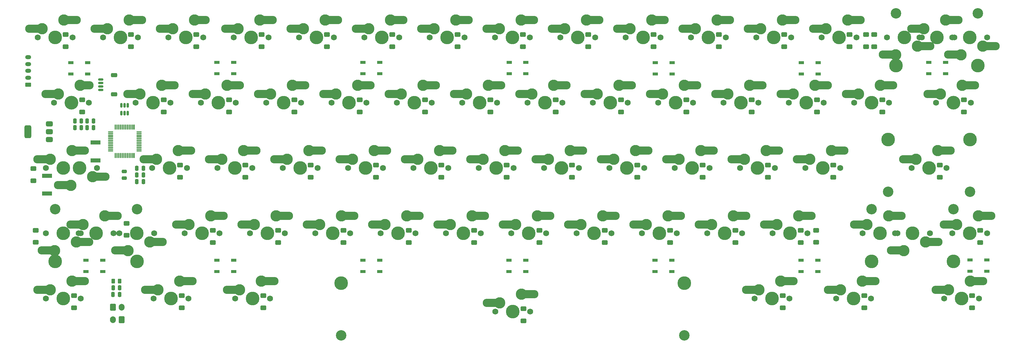
<source format=gbr>
%TF.GenerationSoftware,KiCad,Pcbnew,8.99.0-946-gf00a1ab517*%
%TF.CreationDate,2024-05-15T19:42:52+07:00*%
%TF.ProjectId,toro60_hs,746f726f-3630-45f6-9873-2e6b69636164,rev?*%
%TF.SameCoordinates,Original*%
%TF.FileFunction,Soldermask,Bot*%
%TF.FilePolarity,Negative*%
%FSLAX46Y46*%
G04 Gerber Fmt 4.6, Leading zero omitted, Abs format (unit mm)*
G04 Created by KiCad (PCBNEW 8.99.0-946-gf00a1ab517) date 2024-05-15 19:42:52*
%MOMM*%
%LPD*%
G01*
G04 APERTURE LIST*
G04 Aperture macros list*
%AMRoundRect*
0 Rectangle with rounded corners*
0 $1 Rounding radius*
0 $2 $3 $4 $5 $6 $7 $8 $9 X,Y pos of 4 corners*
0 Add a 4 corners polygon primitive as box body*
4,1,4,$2,$3,$4,$5,$6,$7,$8,$9,$2,$3,0*
0 Add four circle primitives for the rounded corners*
1,1,$1+$1,$2,$3*
1,1,$1+$1,$4,$5*
1,1,$1+$1,$6,$7*
1,1,$1+$1,$8,$9*
0 Add four rect primitives between the rounded corners*
20,1,$1+$1,$2,$3,$4,$5,0*
20,1,$1+$1,$4,$5,$6,$7,0*
20,1,$1+$1,$6,$7,$8,$9,0*
20,1,$1+$1,$8,$9,$2,$3,0*%
G04 Aperture macros list end*
%ADD10C,1.750000*%
%ADD11C,3.987800*%
%ADD12C,4.000000*%
%ADD13C,3.300000*%
%ADD14C,0.400000*%
%ADD15O,5.500000X2.410000*%
%ADD16RoundRect,0.250000X0.600000X0.750000X-0.600000X0.750000X-0.600000X-0.750000X0.600000X-0.750000X0*%
%ADD17O,1.700000X2.000000*%
%ADD18RoundRect,0.250000X0.625000X-0.350000X0.625000X0.350000X-0.625000X0.350000X-0.625000X-0.350000X0*%
%ADD19O,1.750000X1.200000*%
%ADD20C,3.048000*%
%ADD21RoundRect,0.250000X-0.600000X-0.750000X0.600000X-0.750000X0.600000X0.750000X-0.600000X0.750000X0*%
%ADD22RoundRect,0.250000X0.600000X-0.400000X0.600000X0.400000X-0.600000X0.400000X-0.600000X-0.400000X0*%
%ADD23RoundRect,0.375000X0.625000X0.375000X-0.625000X0.375000X-0.625000X-0.375000X0.625000X-0.375000X0*%
%ADD24RoundRect,0.500000X0.500000X1.400000X-0.500000X1.400000X-0.500000X-1.400000X0.500000X-1.400000X0*%
%ADD25R,3.000000X1.190000*%
%ADD26RoundRect,0.250000X-0.250000X-0.475000X0.250000X-0.475000X0.250000X0.475000X-0.250000X0.475000X0*%
%ADD27R,1.500000X0.900000*%
%ADD28RoundRect,0.250000X0.250000X0.475000X-0.250000X0.475000X-0.250000X-0.475000X0.250000X-0.475000X0*%
%ADD29RoundRect,0.250000X0.262500X0.450000X-0.262500X0.450000X-0.262500X-0.450000X0.262500X-0.450000X0*%
%ADD30RoundRect,0.150000X-0.150000X0.512500X-0.150000X-0.512500X0.150000X-0.512500X0.150000X0.512500X0*%
%ADD31RoundRect,0.250000X-0.600000X0.400000X-0.600000X-0.400000X0.600000X-0.400000X0.600000X0.400000X0*%
%ADD32RoundRect,0.150000X-0.625000X0.150000X-0.625000X-0.150000X0.625000X-0.150000X0.625000X0.150000X0*%
%ADD33RoundRect,0.250000X-0.650000X0.350000X-0.650000X-0.350000X0.650000X-0.350000X0.650000X0.350000X0*%
%ADD34RoundRect,0.250000X0.475000X-0.250000X0.475000X0.250000X-0.475000X0.250000X-0.475000X-0.250000X0*%
%ADD35RoundRect,0.075000X0.075000X-0.662500X0.075000X0.662500X-0.075000X0.662500X-0.075000X-0.662500X0*%
%ADD36RoundRect,0.075000X0.662500X-0.075000X0.662500X0.075000X-0.662500X0.075000X-0.662500X-0.075000X0*%
G04 APERTURE END LIST*
D10*
%TO.C,SW29*%
X301898000Y-155325000D03*
D11*
X306978000Y-155325000D03*
D12*
X306978000Y-155325000D03*
D10*
X312058000Y-155325000D03*
D13*
X309518000Y-150245000D03*
D14*
X311678000Y-149525000D03*
X311703000Y-150290000D03*
X311703000Y-151025000D03*
D15*
X311728000Y-150290000D03*
D14*
X312578000Y-149525000D03*
X312578000Y-150290000D03*
X312578000Y-151025000D03*
X313478000Y-149525000D03*
X313478000Y-150290000D03*
X313478000Y-151025000D03*
X299228000Y-152025000D03*
X299228000Y-152725000D03*
X299228000Y-153425000D03*
X300078000Y-152025000D03*
X300078000Y-152725000D03*
X300078000Y-153425000D03*
X300878000Y-152025000D03*
X300878000Y-152725000D03*
X300878000Y-153425000D03*
D15*
X300978000Y-152775000D03*
D13*
X303168000Y-152785000D03*
%TD*%
D10*
%TO.C,SW30*%
X57264000Y-174375000D03*
D11*
X52184000Y-174375000D03*
D10*
X47104000Y-174375000D03*
D13*
X49644000Y-179455000D03*
D14*
X47484000Y-180175000D03*
X47459000Y-179410000D03*
X47459000Y-178675000D03*
D15*
X47434000Y-179410000D03*
D14*
X46584000Y-180175000D03*
X46584000Y-179410000D03*
X46584000Y-178675000D03*
X45684000Y-180175000D03*
X45684000Y-179410000D03*
X45684000Y-178675000D03*
X59934000Y-177675000D03*
X59934000Y-176975000D03*
X59934000Y-176275000D03*
X59084000Y-177675000D03*
X59084000Y-176975000D03*
X59084000Y-176275000D03*
X58284000Y-177675000D03*
X58284000Y-176975000D03*
X58284000Y-176275000D03*
D15*
X58184000Y-176925000D03*
D13*
X55994000Y-176915000D03*
%TD*%
D10*
%TO.C,SW16*%
X44723000Y-155325000D03*
D11*
X49803000Y-155325000D03*
D12*
X49803000Y-155325000D03*
D10*
X54883000Y-155325000D03*
D13*
X52343000Y-150245000D03*
D14*
X53003000Y-149525000D03*
X53028000Y-150290000D03*
X53028000Y-151025000D03*
D15*
X53553000Y-150290000D03*
D14*
X54403000Y-149525000D03*
X54403000Y-150290000D03*
X54403000Y-151025000D03*
X55303000Y-149525000D03*
X55303000Y-150290000D03*
X55303000Y-151025000D03*
X42053000Y-152025000D03*
X42053000Y-152725000D03*
X42053000Y-153425000D03*
X42903000Y-152025000D03*
X42903000Y-152725000D03*
X42903000Y-153425000D03*
X43703000Y-152025000D03*
X43703000Y-152725000D03*
X43703000Y-153425000D03*
D15*
X43803000Y-152775000D03*
D13*
X45993000Y-152785000D03*
%TD*%
D10*
%TO.C,SW69*%
X272845999Y-212475000D03*
D11*
X277925999Y-212475000D03*
D10*
X283005999Y-212475000D03*
D13*
X280465999Y-207395000D03*
D14*
X282625999Y-206675000D03*
X282650999Y-207440000D03*
X282650999Y-208175000D03*
D15*
X282675999Y-207440000D03*
D14*
X283525999Y-206675000D03*
X283525999Y-207440000D03*
X283525999Y-208175000D03*
X284425999Y-206675000D03*
X284425999Y-207440000D03*
X284425999Y-208175000D03*
X270175999Y-209175000D03*
X270175999Y-209875000D03*
X270175999Y-210575000D03*
X271025999Y-209175000D03*
X271025999Y-209875000D03*
X271025999Y-210575000D03*
X271825999Y-209175000D03*
X271825999Y-209875000D03*
X271825999Y-210575000D03*
D15*
X271925999Y-209925000D03*
D13*
X274115999Y-209935000D03*
%TD*%
D10*
%TO.C,SW50*%
X178072500Y-193425000D03*
D11*
X183152500Y-193425000D03*
D10*
X188232500Y-193425000D03*
D13*
X185692500Y-188345000D03*
D14*
X187852500Y-187625000D03*
X187877500Y-188390000D03*
X187877500Y-189125000D03*
D15*
X187902500Y-188390000D03*
D14*
X188752500Y-187625000D03*
X188752500Y-188390000D03*
X188752500Y-189125000D03*
X189652500Y-187625000D03*
X189652500Y-188390000D03*
X189652500Y-189125000D03*
X175402500Y-190125000D03*
X175402500Y-190825000D03*
X175402500Y-191525000D03*
X176252500Y-190125000D03*
X176252500Y-190825000D03*
X176252500Y-191525000D03*
X177052500Y-190125000D03*
X177052500Y-190825000D03*
X177052500Y-191525000D03*
D15*
X177152500Y-190875000D03*
D13*
X179342500Y-190885000D03*
%TD*%
D10*
%TO.C,SW31*%
X73297500Y-174375000D03*
D11*
X78377500Y-174375000D03*
D10*
X83457500Y-174375000D03*
D13*
X80917500Y-169295000D03*
D14*
X83077500Y-168575000D03*
X83102500Y-169340000D03*
X83102500Y-170075000D03*
D15*
X83127500Y-169340000D03*
D14*
X83977500Y-168575000D03*
X83977500Y-169340000D03*
X83977500Y-170075000D03*
X84877500Y-168575000D03*
X84877500Y-169340000D03*
X84877500Y-170075000D03*
X70627500Y-171075000D03*
X70627500Y-171775000D03*
X70627500Y-172475000D03*
X71477500Y-171075000D03*
X71477500Y-171775000D03*
X71477500Y-172475000D03*
X72277500Y-171075000D03*
X72277500Y-171775000D03*
X72277500Y-172475000D03*
D15*
X72377500Y-171825000D03*
D13*
X74567500Y-171835000D03*
%TD*%
D10*
%TO.C,SW13*%
X268560000Y-136275000D03*
D11*
X273640000Y-136275000D03*
D10*
X278720000Y-136275000D03*
D13*
X276180000Y-131195000D03*
D14*
X278340000Y-130475000D03*
X278365000Y-131240000D03*
X278365000Y-131975000D03*
D15*
X278390000Y-131240000D03*
D14*
X279240000Y-130475000D03*
X279240000Y-131240000D03*
X279240000Y-131975000D03*
X280140000Y-130475000D03*
X280140000Y-131240000D03*
X280140000Y-131975000D03*
X265890000Y-132975000D03*
X265890000Y-133675000D03*
X265890000Y-134375000D03*
X266740000Y-132975000D03*
X266740000Y-133675000D03*
X266740000Y-134375000D03*
X267540000Y-132975000D03*
X267540000Y-133675000D03*
X267540000Y-134375000D03*
D15*
X267640000Y-133725000D03*
D13*
X269830000Y-133735000D03*
%TD*%
D10*
%TO.C,SW46*%
X101872500Y-193425000D03*
D11*
X106952500Y-193425000D03*
D10*
X112032500Y-193425000D03*
D13*
X109492500Y-188345000D03*
D14*
X111652500Y-187625000D03*
X111677500Y-188390000D03*
X111677500Y-189125000D03*
D15*
X111702500Y-188390000D03*
D14*
X112552500Y-187625000D03*
X112552500Y-188390000D03*
X112552500Y-189125000D03*
X113452500Y-187625000D03*
X113452500Y-188390000D03*
X113452500Y-189125000D03*
X99202500Y-190125000D03*
X99202500Y-190825000D03*
X99202500Y-191525000D03*
X100052500Y-190125000D03*
X100052500Y-190825000D03*
X100052500Y-191525000D03*
X100852500Y-190125000D03*
X100852500Y-190825000D03*
X100852500Y-191525000D03*
D15*
X100952500Y-190875000D03*
D13*
X103142500Y-190885000D03*
%TD*%
D10*
%TO.C,SW19*%
X106635000Y-155325000D03*
D11*
X111715000Y-155325000D03*
D10*
X116795000Y-155325000D03*
D13*
X114255000Y-150245000D03*
D14*
X116415000Y-149525000D03*
X116440000Y-150290000D03*
X116440000Y-151025000D03*
D15*
X116465000Y-150290000D03*
D14*
X117315000Y-149525000D03*
X117315000Y-150290000D03*
X117315000Y-151025000D03*
X118215000Y-149525000D03*
X118215000Y-150290000D03*
X118215000Y-151025000D03*
X103965000Y-152025000D03*
X103965000Y-152725000D03*
X103965000Y-153425000D03*
X104815000Y-152025000D03*
X104815000Y-152725000D03*
X104815000Y-153425000D03*
X105615000Y-152025000D03*
X105615000Y-152725000D03*
X105615000Y-153425000D03*
D15*
X105715000Y-152775000D03*
D13*
X107905000Y-152785000D03*
%TD*%
D10*
%TO.C,SW23*%
X182835000Y-155325000D03*
D11*
X187915000Y-155325000D03*
D10*
X192995000Y-155325000D03*
D13*
X190455000Y-150245000D03*
D14*
X192615000Y-149525000D03*
X192640000Y-150290000D03*
X192640000Y-151025000D03*
D15*
X192665000Y-150290000D03*
D14*
X193515000Y-149525000D03*
X193515000Y-150290000D03*
X193515000Y-151025000D03*
X194415000Y-149525000D03*
X194415000Y-150290000D03*
X194415000Y-151025000D03*
X180165000Y-152025000D03*
X180165000Y-152725000D03*
X180165000Y-153425000D03*
X181015000Y-152025000D03*
X181015000Y-152725000D03*
X181015000Y-153425000D03*
X181815000Y-152025000D03*
X181815000Y-152725000D03*
X181815000Y-153425000D03*
D15*
X181915000Y-152775000D03*
D13*
X184105000Y-152785000D03*
%TD*%
D16*
%TO.C,SWb\u00F4t1*%
X64435000Y-218675000D03*
D17*
X61935000Y-218675000D03*
%TD*%
D10*
%TO.C,SW53*%
X235222500Y-193425000D03*
D11*
X240302500Y-193425000D03*
D10*
X245382500Y-193425000D03*
D13*
X242842500Y-188345000D03*
D14*
X245002500Y-187625000D03*
X245027500Y-188390000D03*
X245027500Y-189125000D03*
D15*
X245052500Y-188390000D03*
D14*
X245902500Y-187625000D03*
X245902500Y-188390000D03*
X245902500Y-189125000D03*
X246802500Y-187625000D03*
X246802500Y-188390000D03*
X246802500Y-189125000D03*
X232552500Y-190125000D03*
X232552500Y-190825000D03*
X232552500Y-191525000D03*
X233402500Y-190125000D03*
X233402500Y-190825000D03*
X233402500Y-191525000D03*
X234202500Y-190125000D03*
X234202500Y-190825000D03*
X234202500Y-191525000D03*
D15*
X234302500Y-190875000D03*
D13*
X236492500Y-190885000D03*
%TD*%
D10*
%TO.C,SW28*%
X278085000Y-155325000D03*
D11*
X283165000Y-155325000D03*
D10*
X288245000Y-155325000D03*
D13*
X285705000Y-150245000D03*
D14*
X287865000Y-149525000D03*
X287890000Y-150290000D03*
X287890000Y-151025000D03*
D15*
X287915000Y-150290000D03*
D14*
X288765000Y-149525000D03*
X288765000Y-150290000D03*
X288765000Y-151025000D03*
X289665000Y-149525000D03*
X289665000Y-150290000D03*
X289665000Y-151025000D03*
X275415000Y-152025000D03*
X275415000Y-152725000D03*
X275415000Y-153425000D03*
X276265000Y-152025000D03*
X276265000Y-152725000D03*
X276265000Y-153425000D03*
X277065000Y-152025000D03*
X277065000Y-152725000D03*
X277065000Y-153425000D03*
D15*
X277165000Y-152775000D03*
D13*
X279355000Y-152785000D03*
%TD*%
D10*
%TO.C,SW56*%
X306660000Y-193425000D03*
D11*
X311740000Y-193425000D03*
D10*
X316820000Y-193425000D03*
D13*
X314280000Y-188345000D03*
D14*
X316440000Y-187625000D03*
X316465000Y-188390000D03*
X316465000Y-189125000D03*
D15*
X316490000Y-188390000D03*
D14*
X317340000Y-187625000D03*
X317340000Y-188390000D03*
X317340000Y-189125000D03*
X318240000Y-187625000D03*
X318240000Y-188390000D03*
X318240000Y-189125000D03*
X303990000Y-190125000D03*
X303990000Y-190825000D03*
X303990000Y-191525000D03*
X304840000Y-190125000D03*
X304840000Y-190825000D03*
X304840000Y-191525000D03*
X305640000Y-190125000D03*
X305640000Y-190825000D03*
X305640000Y-191525000D03*
D15*
X305740000Y-190875000D03*
D13*
X307930000Y-190885000D03*
%TD*%
D10*
%TO.C,SW34*%
X130447500Y-174375000D03*
D11*
X135527500Y-174375000D03*
D10*
X140607500Y-174375000D03*
D13*
X138067500Y-169295000D03*
D14*
X140227500Y-168575000D03*
X140252500Y-169340000D03*
X140252500Y-170075000D03*
D15*
X140277500Y-169340000D03*
D14*
X141127500Y-168575000D03*
X141127500Y-169340000D03*
X141127500Y-170075000D03*
X142027500Y-168575000D03*
X142027500Y-169340000D03*
X142027500Y-170075000D03*
X127777500Y-171075000D03*
X127777500Y-171775000D03*
X127777500Y-172475000D03*
X128627500Y-171075000D03*
X128627500Y-171775000D03*
X128627500Y-172475000D03*
X129427500Y-171075000D03*
X129427500Y-171775000D03*
X129427500Y-172475000D03*
D15*
X129527500Y-171825000D03*
D13*
X131717500Y-171835000D03*
%TD*%
D10*
%TO.C,SW45*%
X82822500Y-193425000D03*
D11*
X87902500Y-193425000D03*
D10*
X92982500Y-193425000D03*
D13*
X90442500Y-188345000D03*
D14*
X92602500Y-187625000D03*
X92627500Y-188390000D03*
X92627500Y-189125000D03*
D15*
X92652500Y-188390000D03*
D14*
X93502500Y-187625000D03*
X93502500Y-188390000D03*
X93502500Y-189125000D03*
X94402500Y-187625000D03*
X94402500Y-188390000D03*
X94402500Y-189125000D03*
X80152500Y-190125000D03*
X80152500Y-190825000D03*
X80152500Y-191525000D03*
X81002500Y-190125000D03*
X81002500Y-190825000D03*
X81002500Y-191525000D03*
X81802500Y-190125000D03*
X81802500Y-190825000D03*
X81802500Y-191525000D03*
D15*
X81902500Y-190875000D03*
D13*
X84092500Y-190885000D03*
%TD*%
D10*
%TO.C,SW2*%
X59010000Y-136275000D03*
D11*
X64090000Y-136275000D03*
D10*
X69170000Y-136275000D03*
D13*
X66630000Y-131195000D03*
D14*
X68790000Y-130475000D03*
X68815000Y-131240000D03*
X68815000Y-131975000D03*
D15*
X68840000Y-131240000D03*
D14*
X69690000Y-130475000D03*
X69690000Y-131240000D03*
X69690000Y-131975000D03*
X70590000Y-130475000D03*
X70590000Y-131240000D03*
X70590000Y-131975000D03*
X56340000Y-132975000D03*
X56340000Y-133675000D03*
X56340000Y-134375000D03*
X57190000Y-132975000D03*
X57190000Y-133675000D03*
X57190000Y-134375000D03*
X57990000Y-132975000D03*
X57990000Y-133675000D03*
X57990000Y-134375000D03*
D15*
X58090000Y-133725000D03*
D13*
X60280000Y-133735000D03*
%TD*%
D10*
%TO.C,SW21*%
X144735000Y-155325000D03*
D11*
X149815000Y-155325000D03*
D10*
X154895000Y-155325000D03*
D13*
X152355000Y-150245000D03*
D14*
X154515000Y-149525000D03*
X154540000Y-150290000D03*
X154540000Y-151025000D03*
D15*
X154565000Y-150290000D03*
D14*
X155415000Y-149525000D03*
X155415000Y-150290000D03*
X155415000Y-151025000D03*
X156315000Y-149525000D03*
X156315000Y-150290000D03*
X156315000Y-151025000D03*
X142065000Y-152025000D03*
X142065000Y-152725000D03*
X142065000Y-153425000D03*
X142915000Y-152025000D03*
X142915000Y-152725000D03*
X142915000Y-153425000D03*
X143715000Y-152025000D03*
X143715000Y-152725000D03*
X143715000Y-153425000D03*
D15*
X143815000Y-152775000D03*
D13*
X146005000Y-152785000D03*
%TD*%
D10*
%TO.C,SW3*%
X78060000Y-136275000D03*
D11*
X83140000Y-136275000D03*
D10*
X88220000Y-136275000D03*
D13*
X85680000Y-131195000D03*
D14*
X87340000Y-130475000D03*
X87365000Y-131240000D03*
X87365000Y-131975000D03*
D15*
X87390000Y-131240000D03*
D14*
X88240000Y-130475000D03*
X88240000Y-131240000D03*
X88240000Y-131975000D03*
X89140000Y-130475000D03*
X89140000Y-131240000D03*
X89140000Y-131975000D03*
X75390000Y-132975000D03*
X75390000Y-133675000D03*
X75390000Y-134375000D03*
X76240000Y-132975000D03*
X76240000Y-133675000D03*
X76240000Y-134375000D03*
X77040000Y-132975000D03*
X77040000Y-133675000D03*
X77040000Y-134375000D03*
D15*
X77140000Y-133725000D03*
D13*
X79330000Y-133735000D03*
%TD*%
D10*
%TO.C,SW26*%
X239985000Y-155325000D03*
D11*
X245065000Y-155325000D03*
D10*
X250145000Y-155325000D03*
D13*
X247605000Y-150245000D03*
D14*
X249765000Y-149525000D03*
X249790000Y-150290000D03*
X249790000Y-151025000D03*
D15*
X249815000Y-150290000D03*
D14*
X250665000Y-149525000D03*
X250665000Y-150290000D03*
X250665000Y-151025000D03*
X251565000Y-149525000D03*
X251565000Y-150290000D03*
X251565000Y-151025000D03*
X237315000Y-152025000D03*
X237315000Y-152725000D03*
X237315000Y-153425000D03*
X238165000Y-152025000D03*
X238165000Y-152725000D03*
X238165000Y-153425000D03*
X238965000Y-152025000D03*
X238965000Y-152725000D03*
X238965000Y-153425000D03*
D15*
X239065000Y-152775000D03*
D13*
X241255000Y-152785000D03*
%TD*%
D18*
%TO.C,J2*%
X37165000Y-150065000D03*
D19*
X37165000Y-148065000D03*
X37165000Y-146065000D03*
X37165000Y-144065000D03*
X37165000Y-142065000D03*
%TD*%
D10*
%TO.C,SW8*%
X173310000Y-136275000D03*
D11*
X178390000Y-136275000D03*
D10*
X183470000Y-136275000D03*
D13*
X180930000Y-131195000D03*
D14*
X183090000Y-130475000D03*
X183115000Y-131240000D03*
X183115000Y-131975000D03*
D15*
X183140000Y-131240000D03*
D14*
X183990000Y-130475000D03*
X183990000Y-131240000D03*
X183990000Y-131975000D03*
X184890000Y-130475000D03*
X184890000Y-131240000D03*
X184890000Y-131975000D03*
X170640000Y-132975000D03*
X170640000Y-133675000D03*
X170640000Y-134375000D03*
X171490000Y-132975000D03*
X171490000Y-133675000D03*
X171490000Y-134375000D03*
X172290000Y-132975000D03*
X172290000Y-133675000D03*
X172290000Y-134375000D03*
D15*
X172390000Y-133725000D03*
D13*
X174580000Y-133735000D03*
%TD*%
D10*
%TO.C,SW22*%
X163785000Y-155325000D03*
D11*
X168865000Y-155325000D03*
D10*
X173945000Y-155325000D03*
D13*
X171405000Y-150245000D03*
D14*
X173565000Y-149525000D03*
X173590000Y-150290000D03*
X173590000Y-151025000D03*
D15*
X173615000Y-150290000D03*
D14*
X174465000Y-149525000D03*
X174465000Y-150290000D03*
X174465000Y-151025000D03*
X175365000Y-149525000D03*
X175365000Y-150290000D03*
X175365000Y-151025000D03*
X161115000Y-152025000D03*
X161115000Y-152725000D03*
X161115000Y-153425000D03*
X161965000Y-152025000D03*
X161965000Y-152725000D03*
X161965000Y-153425000D03*
X162765000Y-152025000D03*
X162765000Y-152725000D03*
X162765000Y-153425000D03*
D15*
X162865000Y-152775000D03*
D13*
X165055000Y-152785000D03*
%TD*%
D10*
%TO.C,SW6*%
X135210000Y-136275000D03*
D11*
X140290000Y-136275000D03*
D10*
X145370000Y-136275000D03*
D13*
X142830000Y-131195000D03*
D14*
X144990000Y-130475000D03*
X145015000Y-131240000D03*
X145015000Y-131975000D03*
D15*
X145040000Y-131240000D03*
D14*
X145890000Y-130475000D03*
X145890000Y-131240000D03*
X145890000Y-131975000D03*
X146790000Y-130475000D03*
X146790000Y-131240000D03*
X146790000Y-131975000D03*
X132540000Y-132975000D03*
X132540000Y-133675000D03*
X132540000Y-134375000D03*
X133390000Y-132975000D03*
X133390000Y-133675000D03*
X133390000Y-134375000D03*
X134190000Y-132975000D03*
X134190000Y-133675000D03*
X134190000Y-134375000D03*
D15*
X134290000Y-133725000D03*
D13*
X136480000Y-133735000D03*
%TD*%
D10*
%TO.C,SW14*%
X297770000Y-136275000D03*
D11*
X292690000Y-136275000D03*
D10*
X287610000Y-136275000D03*
D13*
X290150000Y-141355000D03*
D14*
X287990000Y-142075000D03*
X287965000Y-141310000D03*
X287965000Y-140575000D03*
D15*
X287940000Y-141310000D03*
D14*
X287090000Y-142075000D03*
X287090000Y-141310000D03*
X287090000Y-140575000D03*
X286190000Y-142075000D03*
X286190000Y-141310000D03*
X286190000Y-140575000D03*
X300440000Y-139575000D03*
X300440000Y-138875000D03*
X300440000Y-138175000D03*
X299590000Y-139575000D03*
X299590000Y-138875000D03*
X299590000Y-138175000D03*
X298790000Y-139575000D03*
X298790000Y-138875000D03*
X298790000Y-138175000D03*
D15*
X298690000Y-138825000D03*
D13*
X296500000Y-138815000D03*
%TD*%
D10*
%TO.C,SW20*%
X125685000Y-155325000D03*
D11*
X130765000Y-155325000D03*
D10*
X135845000Y-155325000D03*
D13*
X133305000Y-150245000D03*
D14*
X135465000Y-149525000D03*
X135490000Y-150290000D03*
X135490000Y-151025000D03*
D15*
X135515000Y-150290000D03*
D14*
X136365000Y-149525000D03*
X136365000Y-150290000D03*
X136365000Y-151025000D03*
X137265000Y-149525000D03*
X137265000Y-150290000D03*
X137265000Y-151025000D03*
X123015000Y-152025000D03*
X123015000Y-152725000D03*
X123015000Y-153425000D03*
X123865000Y-152025000D03*
X123865000Y-152725000D03*
X123865000Y-153425000D03*
X124665000Y-152025000D03*
X124665000Y-152725000D03*
X124665000Y-153425000D03*
D15*
X124765000Y-152775000D03*
D13*
X126955000Y-152785000D03*
%TD*%
D10*
%TO.C,SW24*%
X201885000Y-155325000D03*
D11*
X206965000Y-155325000D03*
D10*
X212045000Y-155325000D03*
D13*
X209505000Y-150245000D03*
D14*
X211665000Y-149525000D03*
X211690000Y-150290000D03*
X211690000Y-151025000D03*
D15*
X211715000Y-150290000D03*
D14*
X212565000Y-149525000D03*
X212565000Y-150290000D03*
X212565000Y-151025000D03*
X213465000Y-149525000D03*
X213465000Y-150290000D03*
X213465000Y-151025000D03*
X199215000Y-152025000D03*
X199215000Y-152725000D03*
X199215000Y-153425000D03*
X200065000Y-152025000D03*
X200065000Y-152725000D03*
X200065000Y-153425000D03*
X200865000Y-152025000D03*
X200865000Y-152725000D03*
X200865000Y-153425000D03*
D15*
X200965000Y-152775000D03*
D13*
X203155000Y-152785000D03*
%TD*%
D10*
%TO.C,SW40*%
X244747500Y-174375000D03*
D11*
X249827500Y-174375000D03*
D10*
X254907500Y-174375000D03*
D13*
X252367500Y-169295000D03*
D14*
X254527500Y-168575000D03*
X254552500Y-169340000D03*
X254552500Y-170075000D03*
D15*
X254577500Y-169340000D03*
D14*
X255427500Y-168575000D03*
X255427500Y-169340000D03*
X255427500Y-170075000D03*
X256327500Y-168575000D03*
X256327500Y-169340000D03*
X256327500Y-170075000D03*
X242077500Y-171075000D03*
X242077500Y-171775000D03*
X242077500Y-172475000D03*
X242927500Y-171075000D03*
X242927500Y-171775000D03*
X242927500Y-172475000D03*
X243727500Y-171075000D03*
X243727500Y-171775000D03*
X243727500Y-172475000D03*
D15*
X243827500Y-171825000D03*
D13*
X246017500Y-171835000D03*
%TD*%
D10*
%TO.C,SW36*%
X168547500Y-174375000D03*
D11*
X173627500Y-174375000D03*
D10*
X178707500Y-174375000D03*
D13*
X176167500Y-169295000D03*
D14*
X178327500Y-168575000D03*
X178352500Y-169340000D03*
X178352500Y-170075000D03*
D15*
X178377500Y-169340000D03*
D14*
X179227500Y-168575000D03*
X179227500Y-169340000D03*
X179227500Y-170075000D03*
X180127500Y-168575000D03*
X180127500Y-169340000D03*
X180127500Y-170075000D03*
X165877500Y-171075000D03*
X165877500Y-171775000D03*
X165877500Y-172475000D03*
X166727500Y-171075000D03*
X166727500Y-171775000D03*
X166727500Y-172475000D03*
X167527500Y-171075000D03*
X167527500Y-171775000D03*
X167527500Y-172475000D03*
D15*
X167627500Y-171825000D03*
D13*
X169817500Y-171835000D03*
%TD*%
D10*
%TO.C,SW35*%
X149497500Y-174375000D03*
D11*
X154577500Y-174375000D03*
D10*
X159657500Y-174375000D03*
D13*
X157117500Y-169295000D03*
D14*
X159277500Y-168575000D03*
X159302500Y-169340000D03*
X159302500Y-170075000D03*
D15*
X159327500Y-169340000D03*
D14*
X160177500Y-168575000D03*
X160177500Y-169340000D03*
X160177500Y-170075000D03*
X161077500Y-168575000D03*
X161077500Y-169340000D03*
X161077500Y-170075000D03*
X146827500Y-171075000D03*
X146827500Y-171775000D03*
X146827500Y-172475000D03*
X147677500Y-171075000D03*
X147677500Y-171775000D03*
X147677500Y-172475000D03*
X148477500Y-171075000D03*
X148477500Y-171775000D03*
X148477500Y-172475000D03*
D15*
X148577500Y-171825000D03*
D13*
X150767500Y-171835000D03*
%TD*%
D10*
%TO.C,SW17*%
X68535000Y-155325000D03*
D11*
X73615000Y-155325000D03*
D10*
X78695000Y-155325000D03*
D13*
X76155000Y-150245000D03*
D14*
X78315000Y-149525000D03*
X78340000Y-150290000D03*
X78340000Y-151025000D03*
D15*
X78365000Y-150290000D03*
D14*
X79215000Y-149525000D03*
X79215000Y-150290000D03*
X79215000Y-151025000D03*
X80115000Y-149525000D03*
X80115000Y-150290000D03*
X80115000Y-151025000D03*
X65865000Y-152025000D03*
X65865000Y-152725000D03*
X65865000Y-153425000D03*
X66715000Y-152025000D03*
X66715000Y-152725000D03*
X66715000Y-153425000D03*
X67515000Y-152025000D03*
X67515000Y-152725000D03*
X67515000Y-153425000D03*
D15*
X67615000Y-152775000D03*
D13*
X69805000Y-152785000D03*
%TD*%
D10*
%TO.C,SW41*%
X263797500Y-174375000D03*
D11*
X268877500Y-174375000D03*
D10*
X273957500Y-174375000D03*
D13*
X271417500Y-169295000D03*
D14*
X273577500Y-168575000D03*
X273602500Y-169340000D03*
X273602500Y-170075000D03*
D15*
X273627500Y-169340000D03*
D14*
X274477500Y-168575000D03*
X274477500Y-169340000D03*
X274477500Y-170075000D03*
X275377500Y-168575000D03*
X275377500Y-169340000D03*
X275377500Y-170075000D03*
X261127500Y-171075000D03*
X261127500Y-171775000D03*
X261127500Y-172475000D03*
X261977500Y-171075000D03*
X261977500Y-171775000D03*
X261977500Y-172475000D03*
X262777500Y-171075000D03*
X262777500Y-171775000D03*
X262777500Y-172475000D03*
D15*
X262877500Y-171825000D03*
D13*
X265067500Y-171835000D03*
%TD*%
D10*
%TO.C,SW39*%
X225697500Y-174375000D03*
D11*
X230777500Y-174375000D03*
D10*
X235857500Y-174375000D03*
D13*
X233317500Y-169295000D03*
D14*
X235477500Y-168575000D03*
X235502500Y-169340000D03*
X235502500Y-170075000D03*
D15*
X235527500Y-169340000D03*
D14*
X236377500Y-168575000D03*
X236377500Y-169340000D03*
X236377500Y-170075000D03*
X237277500Y-168575000D03*
X237277500Y-169340000D03*
X237277500Y-170075000D03*
X223027500Y-171075000D03*
X223027500Y-171775000D03*
X223027500Y-172475000D03*
X223877500Y-171075000D03*
X223877500Y-171775000D03*
X223877500Y-172475000D03*
X224677500Y-171075000D03*
X224677500Y-171775000D03*
X224677500Y-172475000D03*
D15*
X224777500Y-171825000D03*
D13*
X226967500Y-171835000D03*
%TD*%
D11*
%TO.C,SW1005*%
X307009500Y-201680000D03*
D20*
X307009500Y-186440000D03*
D10*
X300151500Y-193425000D03*
D11*
X295071500Y-193425000D03*
D10*
X289991500Y-193425000D03*
D11*
X283133500Y-201680000D03*
D20*
X283133500Y-186440000D03*
D13*
X292531500Y-198505000D03*
D14*
X290371500Y-199225000D03*
X290346500Y-198460000D03*
X290346500Y-197725000D03*
D15*
X290321500Y-198460000D03*
D14*
X289471500Y-199225000D03*
X289471500Y-198460000D03*
X289471500Y-197725000D03*
X288571500Y-199225000D03*
X288571500Y-198460000D03*
X288571500Y-197725000D03*
X302821500Y-196725000D03*
X302821500Y-196025000D03*
X302821500Y-195325000D03*
X301971500Y-196725000D03*
X301971500Y-196025000D03*
X301971500Y-195325000D03*
X301171500Y-196725000D03*
X301171500Y-196025000D03*
X301171500Y-195325000D03*
D15*
X301071500Y-195975000D03*
D13*
X298881500Y-195965000D03*
%TD*%
D10*
%TO.C,SW11*%
X230460000Y-136275000D03*
D11*
X235540000Y-136275000D03*
D10*
X240620000Y-136275000D03*
D13*
X238080000Y-131195000D03*
D14*
X240240000Y-130475000D03*
X240265000Y-131240000D03*
X240265000Y-131975000D03*
D15*
X240290000Y-131240000D03*
D14*
X241140000Y-130475000D03*
X241140000Y-131240000D03*
X241140000Y-131975000D03*
X242040000Y-130475000D03*
X242040000Y-131240000D03*
X242040000Y-131975000D03*
X227790000Y-132975000D03*
X227790000Y-133675000D03*
X227790000Y-134375000D03*
X228640000Y-132975000D03*
X228640000Y-133675000D03*
X228640000Y-134375000D03*
X229440000Y-132975000D03*
X229440000Y-133675000D03*
X229440000Y-134375000D03*
D15*
X229540000Y-133725000D03*
D13*
X231730000Y-133735000D03*
%TD*%
D10*
%TO.C,SW49*%
X159022500Y-193425000D03*
D11*
X164102500Y-193425000D03*
D10*
X169182500Y-193425000D03*
D13*
X166642500Y-188345000D03*
D14*
X168802500Y-187625000D03*
X168827500Y-188390000D03*
X168827500Y-189125000D03*
D15*
X168852500Y-188390000D03*
D14*
X169702500Y-187625000D03*
X169702500Y-188390000D03*
X169702500Y-189125000D03*
X170602500Y-187625000D03*
X170602500Y-188390000D03*
X170602500Y-189125000D03*
X156352500Y-190125000D03*
X156352500Y-190825000D03*
X156352500Y-191525000D03*
X157202500Y-190125000D03*
X157202500Y-190825000D03*
X157202500Y-191525000D03*
X158002500Y-190125000D03*
X158002500Y-190825000D03*
X158002500Y-191525000D03*
D15*
X158102500Y-190875000D03*
D13*
X160292500Y-190885000D03*
%TD*%
D21*
%TO.C,SWb\u00F4trst1*%
X61915000Y-215055000D03*
D17*
X64415000Y-215055000D03*
%TD*%
D10*
%TO.C,SW12*%
X249510000Y-136275000D03*
D11*
X254590000Y-136275000D03*
D10*
X259670000Y-136275000D03*
D13*
X257130000Y-131195000D03*
D14*
X259290000Y-130475000D03*
X259315000Y-131240000D03*
X259315000Y-131975000D03*
D15*
X259340000Y-131240000D03*
D14*
X260190000Y-130475000D03*
X260190000Y-131240000D03*
X260190000Y-131975000D03*
X261090000Y-130475000D03*
X261090000Y-131240000D03*
X261090000Y-131975000D03*
X246840000Y-132975000D03*
X246840000Y-133675000D03*
X246840000Y-134375000D03*
X247690000Y-132975000D03*
X247690000Y-133675000D03*
X247690000Y-134375000D03*
X248490000Y-132975000D03*
X248490000Y-133675000D03*
X248490000Y-134375000D03*
D15*
X248590000Y-133725000D03*
D13*
X250780000Y-133735000D03*
%TD*%
D10*
%TO.C,SW1002*%
X42341000Y-174375000D03*
D11*
X47421000Y-174375000D03*
D10*
X52501000Y-174375000D03*
D13*
X49961000Y-169295000D03*
D14*
X52121000Y-168575000D03*
X52146000Y-169340000D03*
X52146000Y-170075000D03*
D15*
X52171000Y-169340000D03*
D14*
X53021000Y-168575000D03*
X53021000Y-169340000D03*
X53021000Y-170075000D03*
X53921000Y-168575000D03*
X53921000Y-169340000D03*
X53921000Y-170075000D03*
X39671000Y-171075000D03*
X39671000Y-171775000D03*
X39671000Y-172475000D03*
X40521000Y-171075000D03*
X40521000Y-171775000D03*
X40521000Y-172475000D03*
X41321000Y-171075000D03*
X41321000Y-171775000D03*
X41321000Y-172475000D03*
D15*
X41421000Y-171825000D03*
D13*
X43611000Y-171835000D03*
%TD*%
D10*
%TO.C,SW1*%
X39960000Y-136275000D03*
D11*
X45040000Y-136275000D03*
D10*
X50120000Y-136275000D03*
D13*
X47580000Y-131195000D03*
D14*
X49740000Y-130475000D03*
X49765000Y-131240000D03*
X49765000Y-131975000D03*
D15*
X49790000Y-131240000D03*
D14*
X50640000Y-130475000D03*
X50640000Y-131240000D03*
X50640000Y-131975000D03*
X51540000Y-130475000D03*
X51540000Y-131240000D03*
X51540000Y-131975000D03*
X37790000Y-132975000D03*
X37790000Y-133675000D03*
X37790000Y-134375000D03*
X38640000Y-132975000D03*
X38640000Y-133675000D03*
X38640000Y-134375000D03*
D15*
X39040000Y-133725000D03*
D14*
X39440000Y-132975000D03*
X39440000Y-133675000D03*
X39440000Y-134375000D03*
D13*
X41230000Y-133735000D03*
%TD*%
D10*
%TO.C,SW55*%
X280466500Y-193425000D03*
D11*
X285546500Y-193425000D03*
D10*
X290626500Y-193425000D03*
D13*
X288086500Y-188345000D03*
D14*
X290246500Y-187625000D03*
X290271500Y-188390000D03*
X290271500Y-189125000D03*
D15*
X290296500Y-188390000D03*
D14*
X291146500Y-187625000D03*
X291146500Y-188390000D03*
X291146500Y-189125000D03*
X292046500Y-187625000D03*
X292046500Y-188390000D03*
X292046500Y-189125000D03*
X277796500Y-190125000D03*
X277796500Y-190825000D03*
X277796500Y-191525000D03*
X278646500Y-190125000D03*
X278646500Y-190825000D03*
X278646500Y-191525000D03*
X279446500Y-190125000D03*
X279446500Y-190825000D03*
X279446500Y-191525000D03*
D15*
X279546500Y-190875000D03*
D13*
X281736500Y-190885000D03*
%TD*%
D10*
%TO.C,SW7*%
X154260000Y-136275000D03*
D11*
X159340000Y-136275000D03*
D10*
X164420000Y-136275000D03*
D13*
X161880000Y-131195000D03*
D14*
X164040000Y-130475000D03*
X164065000Y-131240000D03*
X164065000Y-131975000D03*
D15*
X164090000Y-131240000D03*
D14*
X164940000Y-130475000D03*
X164940000Y-131240000D03*
X164940000Y-131975000D03*
X165840000Y-130475000D03*
X165840000Y-131240000D03*
X165840000Y-131975000D03*
X151590000Y-132975000D03*
X151590000Y-133675000D03*
X151590000Y-134375000D03*
X152440000Y-132975000D03*
X152440000Y-133675000D03*
X152440000Y-134375000D03*
X153240000Y-132975000D03*
X153240000Y-133675000D03*
X153240000Y-134375000D03*
D15*
X153340000Y-133725000D03*
D13*
X155530000Y-133735000D03*
%TD*%
D10*
%TO.C,SW9*%
X192360000Y-136275000D03*
D11*
X197440000Y-136275000D03*
D10*
X202520000Y-136275000D03*
D13*
X199980000Y-131195000D03*
D14*
X202140000Y-130475000D03*
X202165000Y-131240000D03*
X202165000Y-131975000D03*
D15*
X202190000Y-131240000D03*
D14*
X203040000Y-130475000D03*
X203040000Y-131240000D03*
X203040000Y-131975000D03*
X203940000Y-130475000D03*
X203940000Y-131240000D03*
X203940000Y-131975000D03*
X189690000Y-132975000D03*
X189690000Y-133675000D03*
X189690000Y-134375000D03*
X190540000Y-132975000D03*
X190540000Y-133675000D03*
X190540000Y-134375000D03*
X191340000Y-132975000D03*
X191340000Y-133675000D03*
X191340000Y-134375000D03*
D15*
X191440000Y-133725000D03*
D13*
X193630000Y-133735000D03*
%TD*%
D10*
%TO.C,SW54*%
X254272500Y-193425000D03*
D11*
X259352500Y-193425000D03*
D10*
X264432500Y-193425000D03*
D13*
X261892500Y-188345000D03*
D14*
X264052500Y-187625000D03*
X264077500Y-188390000D03*
X264077500Y-189125000D03*
D15*
X264102500Y-188390000D03*
D14*
X264952500Y-187625000D03*
X264952500Y-188390000D03*
X264952500Y-189125000D03*
X265852500Y-187625000D03*
X265852500Y-188390000D03*
X265852500Y-189125000D03*
X251602500Y-190125000D03*
X251602500Y-190825000D03*
X251602500Y-191525000D03*
X252452500Y-190125000D03*
X252452500Y-190825000D03*
X252452500Y-191525000D03*
X253252500Y-190125000D03*
X253252500Y-190825000D03*
X253252500Y-191525000D03*
D15*
X253352500Y-190875000D03*
D13*
X255542500Y-190885000D03*
%TD*%
D10*
%TO.C,SW4*%
X97110000Y-136275000D03*
D11*
X102190000Y-136275000D03*
D10*
X107270000Y-136275000D03*
D13*
X104730000Y-131195000D03*
D14*
X106890000Y-130475000D03*
X106915000Y-131240000D03*
X106915000Y-131975000D03*
D15*
X106940000Y-131240000D03*
D14*
X107790000Y-130475000D03*
X107790000Y-131240000D03*
X107790000Y-131975000D03*
X108690000Y-130475000D03*
X108690000Y-131240000D03*
X108690000Y-131975000D03*
X94440000Y-132975000D03*
X94440000Y-133675000D03*
X94440000Y-134375000D03*
X95290000Y-132975000D03*
X95290000Y-133675000D03*
X95290000Y-134375000D03*
X96090000Y-132975000D03*
X96090000Y-133675000D03*
X96090000Y-134375000D03*
D15*
X96190000Y-133725000D03*
D13*
X98380000Y-133735000D03*
%TD*%
D11*
%TO.C,SW63*%
X128485100Y-208030000D03*
D20*
X128485100Y-223270000D03*
D10*
X173405000Y-216285000D03*
D11*
X178485000Y-216285000D03*
D10*
X183565000Y-216285000D03*
D11*
X228484900Y-208030000D03*
D20*
X228484900Y-223270000D03*
D13*
X181025000Y-211205000D03*
D14*
X183185000Y-210485000D03*
X183210000Y-211250000D03*
X183210000Y-211985000D03*
D15*
X183235000Y-211250000D03*
D14*
X184085000Y-210485000D03*
X184085000Y-211250000D03*
X184085000Y-211985000D03*
X184985000Y-210485000D03*
X184985000Y-211250000D03*
X184985000Y-211985000D03*
X170735000Y-212985000D03*
X170735000Y-213685000D03*
X170735000Y-214385000D03*
X171585000Y-212985000D03*
X171585000Y-213685000D03*
X171585000Y-214385000D03*
X172385000Y-212985000D03*
X172385000Y-213685000D03*
X172385000Y-214385000D03*
D15*
X172485000Y-213735000D03*
D13*
X174675000Y-213745000D03*
%TD*%
D10*
%TO.C,SW44*%
X73932500Y-193425000D03*
D11*
X68852500Y-193425000D03*
D10*
X63772500Y-193425000D03*
D13*
X66312500Y-198505000D03*
D14*
X64152500Y-199225000D03*
X64127500Y-198460000D03*
X64127500Y-197725000D03*
D15*
X64102500Y-198460000D03*
D14*
X63252500Y-199225000D03*
X63252500Y-198460000D03*
X63252500Y-197725000D03*
X62352500Y-199225000D03*
X62352500Y-198460000D03*
X62352500Y-197725000D03*
X76602500Y-196725000D03*
X76602500Y-196025000D03*
X76602500Y-195325000D03*
X75752500Y-196725000D03*
X75752500Y-196025000D03*
X75752500Y-195325000D03*
X74952500Y-196725000D03*
X74952500Y-196025000D03*
X74952500Y-195325000D03*
D15*
X74852500Y-195975000D03*
D13*
X72662500Y-195965000D03*
%TD*%
D11*
%TO.C,SW42*%
X287970099Y-166120000D03*
D20*
X287970099Y-181360000D03*
D10*
X294828099Y-174375000D03*
D11*
X299908099Y-174375000D03*
D10*
X304988099Y-174375000D03*
D11*
X311846099Y-166120000D03*
D20*
X311846099Y-181360000D03*
D13*
X302448099Y-169295000D03*
D14*
X304608099Y-168575000D03*
X304633099Y-169340000D03*
X304633099Y-170075000D03*
D15*
X304658099Y-169340000D03*
D14*
X305508099Y-168575000D03*
X305508099Y-169340000D03*
X305508099Y-170075000D03*
X306408099Y-168575000D03*
X306408099Y-169340000D03*
X306408099Y-170075000D03*
X292158099Y-171075000D03*
X292158099Y-171775000D03*
X292158099Y-172475000D03*
X293008099Y-171075000D03*
X293008099Y-171775000D03*
X293008099Y-172475000D03*
X293808099Y-171075000D03*
X293808099Y-171775000D03*
X293808099Y-172475000D03*
D15*
X293908099Y-171825000D03*
D13*
X296098099Y-171835000D03*
%TD*%
D10*
%TO.C,SW32*%
X92347500Y-174375000D03*
D11*
X97427500Y-174375000D03*
D10*
X102507500Y-174375000D03*
D13*
X99967500Y-169295000D03*
D14*
X102127500Y-168575000D03*
X102152500Y-169340000D03*
X102152500Y-170075000D03*
D15*
X102177500Y-169340000D03*
D14*
X103027500Y-168575000D03*
X103027500Y-169340000D03*
X103027500Y-170075000D03*
X103927500Y-168575000D03*
X103927500Y-169340000D03*
X103927500Y-170075000D03*
X89677500Y-171075000D03*
X89677500Y-171775000D03*
X89677500Y-172475000D03*
X90527500Y-171075000D03*
X90527500Y-171775000D03*
X90527500Y-172475000D03*
X91327500Y-171075000D03*
X91327500Y-171775000D03*
X91327500Y-172475000D03*
D15*
X91427500Y-171825000D03*
D13*
X93617500Y-171835000D03*
%TD*%
D10*
%TO.C,SW58*%
X73773500Y-212475000D03*
D11*
X78853500Y-212475000D03*
D10*
X83933500Y-212475000D03*
D13*
X81393500Y-207395000D03*
D14*
X83553500Y-206675000D03*
X83578500Y-207440000D03*
X83578500Y-208175000D03*
D15*
X83603500Y-207440000D03*
D14*
X84453500Y-206675000D03*
X84453500Y-207440000D03*
X84453500Y-208175000D03*
X85353500Y-206675000D03*
X85353500Y-207440000D03*
X85353500Y-208175000D03*
X71103500Y-209175000D03*
X71103500Y-209875000D03*
X71103500Y-210575000D03*
X71953500Y-209175000D03*
X71953500Y-209875000D03*
X71953500Y-210575000D03*
X72753500Y-209175000D03*
X72753500Y-209875000D03*
X72753500Y-210575000D03*
D15*
X72853500Y-209925000D03*
D13*
X75043500Y-209935000D03*
%TD*%
D10*
%TO.C,SW51*%
X197122500Y-193425000D03*
D11*
X202202500Y-193425000D03*
D10*
X207282500Y-193425000D03*
D13*
X204742500Y-188345000D03*
D14*
X206902500Y-187625000D03*
X206927500Y-188390000D03*
X206927500Y-189125000D03*
D15*
X206952500Y-188390000D03*
D14*
X207802500Y-187625000D03*
X207802500Y-188390000D03*
X207802500Y-189125000D03*
X208702500Y-187625000D03*
X208702500Y-188390000D03*
X208702500Y-189125000D03*
X194452500Y-190125000D03*
X194452500Y-190825000D03*
X194452500Y-191525000D03*
X195302500Y-190125000D03*
X195302500Y-190825000D03*
X195302500Y-191525000D03*
X196102500Y-190125000D03*
X196102500Y-190825000D03*
X196102500Y-191525000D03*
D15*
X196202500Y-190875000D03*
D13*
X198392500Y-190885000D03*
%TD*%
D10*
%TO.C,SW33*%
X111397500Y-174375000D03*
D11*
X116477500Y-174375000D03*
D10*
X121557500Y-174375000D03*
D13*
X119017500Y-169295000D03*
D14*
X121177500Y-168575000D03*
X121202500Y-169340000D03*
X121202500Y-170075000D03*
D15*
X121227500Y-169340000D03*
D14*
X122077500Y-168575000D03*
X122077500Y-169340000D03*
X122077500Y-170075000D03*
X122977500Y-168575000D03*
X122977500Y-169340000D03*
X122977500Y-170075000D03*
X108727500Y-171075000D03*
X108727500Y-171775000D03*
X108727500Y-172475000D03*
X109577500Y-171075000D03*
X109577500Y-171775000D03*
X109577500Y-172475000D03*
X110377500Y-171075000D03*
X110377500Y-171775000D03*
X110377500Y-172475000D03*
D15*
X110477500Y-171825000D03*
D13*
X112667500Y-171835000D03*
%TD*%
D10*
%TO.C,SW27*%
X259035000Y-155325000D03*
D11*
X264115000Y-155325000D03*
D10*
X269195000Y-155325000D03*
D13*
X266655000Y-150245000D03*
D14*
X268815000Y-149525000D03*
X268840000Y-150290000D03*
X268840000Y-151025000D03*
D15*
X268865000Y-150290000D03*
D14*
X269715000Y-149525000D03*
X269715000Y-150290000D03*
X269715000Y-151025000D03*
X270615000Y-149525000D03*
X270615000Y-150290000D03*
X270615000Y-151025000D03*
X256365000Y-152025000D03*
X256365000Y-152725000D03*
X256365000Y-153425000D03*
X257215000Y-152025000D03*
X257215000Y-152725000D03*
X257215000Y-153425000D03*
X258015000Y-152025000D03*
X258015000Y-152725000D03*
X258015000Y-153425000D03*
D15*
X258115000Y-152775000D03*
D13*
X260305000Y-152785000D03*
%TD*%
D10*
%TO.C,SW5*%
X116160000Y-136275000D03*
D11*
X121240000Y-136275000D03*
D10*
X126320000Y-136275000D03*
D13*
X123780000Y-131195000D03*
D14*
X125940000Y-130475000D03*
X125965000Y-131240000D03*
X125965000Y-131975000D03*
D15*
X125990000Y-131240000D03*
D14*
X126840000Y-130475000D03*
X126840000Y-131240000D03*
X126840000Y-131975000D03*
X127740000Y-130475000D03*
X127740000Y-131240000D03*
X127740000Y-131975000D03*
X113490000Y-132975000D03*
X113490000Y-133675000D03*
X113490000Y-134375000D03*
X114340000Y-132975000D03*
X114340000Y-133675000D03*
X114340000Y-134375000D03*
X115140000Y-132975000D03*
X115140000Y-133675000D03*
X115140000Y-134375000D03*
D15*
X115240000Y-133725000D03*
D13*
X117430000Y-133735000D03*
%TD*%
D10*
%TO.C,SW25*%
X220935000Y-155325000D03*
D11*
X226015000Y-155325000D03*
D10*
X231095000Y-155325000D03*
D13*
X228555000Y-150245000D03*
D14*
X230715000Y-149525000D03*
X230740000Y-150290000D03*
X230740000Y-151025000D03*
D15*
X230765000Y-150290000D03*
D14*
X231615000Y-149525000D03*
X231615000Y-150290000D03*
X231615000Y-151025000D03*
X232515000Y-149525000D03*
X232515000Y-150290000D03*
X232515000Y-151025000D03*
X218265000Y-152025000D03*
X218265000Y-152725000D03*
X218265000Y-153425000D03*
X219115000Y-152025000D03*
X219115000Y-152725000D03*
X219115000Y-153425000D03*
X219915000Y-152025000D03*
X219915000Y-152725000D03*
X219915000Y-153425000D03*
D15*
X220015000Y-152775000D03*
D13*
X222205000Y-152785000D03*
%TD*%
D10*
%TO.C,SW70*%
X304278500Y-212475000D03*
D11*
X309358500Y-212475000D03*
D10*
X314438500Y-212475000D03*
D13*
X311898500Y-207395000D03*
D14*
X314058500Y-206675000D03*
X314083500Y-207440000D03*
X314083500Y-208175000D03*
D15*
X314108500Y-207440000D03*
D14*
X314958500Y-206675000D03*
X314958500Y-207440000D03*
X314958500Y-208175000D03*
X315858500Y-206675000D03*
X315858500Y-207440000D03*
X315858500Y-208175000D03*
X301608500Y-209175000D03*
X301608500Y-209875000D03*
X301608500Y-210575000D03*
X302458500Y-209175000D03*
X302458500Y-209875000D03*
X302458500Y-210575000D03*
X303258500Y-209175000D03*
X303258500Y-209875000D03*
X303258500Y-210575000D03*
D15*
X303358500Y-209925000D03*
D13*
X305548500Y-209935000D03*
%TD*%
D10*
%TO.C,SW43*%
X52501000Y-193425000D03*
D11*
X47421000Y-193425000D03*
D10*
X42341000Y-193425000D03*
D13*
X44881000Y-198505000D03*
D14*
X42721000Y-199225000D03*
X42696000Y-198460000D03*
X42696000Y-197725000D03*
D15*
X42671000Y-198460000D03*
D14*
X41821000Y-199225000D03*
X41821000Y-198460000D03*
X41821000Y-197725000D03*
X40921000Y-199225000D03*
X40921000Y-198460000D03*
X40921000Y-197725000D03*
X55171000Y-196725000D03*
X55171000Y-196025000D03*
X55171000Y-195325000D03*
X54321000Y-196725000D03*
X54321000Y-196025000D03*
X54321000Y-195325000D03*
X53521000Y-196725000D03*
X53521000Y-196025000D03*
X53521000Y-195325000D03*
D15*
X53421000Y-195975000D03*
D13*
X51231000Y-195965000D03*
%TD*%
D10*
%TO.C,SW47*%
X120922500Y-193425000D03*
D11*
X126002500Y-193425000D03*
D10*
X131082500Y-193425000D03*
D13*
X128542500Y-188345000D03*
D14*
X130702500Y-187625000D03*
X130727500Y-188390000D03*
X130727500Y-189125000D03*
D15*
X130752500Y-188390000D03*
D14*
X131602500Y-187625000D03*
X131602500Y-188390000D03*
X131602500Y-189125000D03*
X132502500Y-187625000D03*
X132502500Y-188390000D03*
X132502500Y-189125000D03*
X118252500Y-190125000D03*
X118252500Y-190825000D03*
X118252500Y-191525000D03*
X119102500Y-190125000D03*
X119102500Y-190825000D03*
X119102500Y-191525000D03*
X119902500Y-190125000D03*
X119902500Y-190825000D03*
X119902500Y-191525000D03*
D15*
X120002500Y-190875000D03*
D13*
X122192500Y-190885000D03*
%TD*%
D10*
%TO.C,SW59*%
X97586000Y-212475000D03*
D11*
X102666000Y-212475000D03*
D10*
X107746000Y-212475000D03*
D13*
X105206000Y-207395000D03*
D14*
X107366000Y-206675000D03*
X107391000Y-207440000D03*
X107391000Y-208175000D03*
D15*
X107416000Y-207440000D03*
D14*
X108266000Y-206675000D03*
X108266000Y-207440000D03*
X108266000Y-208175000D03*
X109166000Y-206675000D03*
X109166000Y-207440000D03*
X109166000Y-208175000D03*
X94916000Y-209175000D03*
X94916000Y-209875000D03*
X94916000Y-210575000D03*
X95766000Y-209175000D03*
X95766000Y-209875000D03*
X95766000Y-210575000D03*
X96566000Y-209175000D03*
X96566000Y-209875000D03*
X96566000Y-210575000D03*
D15*
X96666000Y-209925000D03*
D13*
X98856000Y-209935000D03*
%TD*%
D20*
%TO.C,SW1004*%
X45082600Y-186440000D03*
D11*
X45082600Y-201680000D03*
D10*
X51940600Y-193425000D03*
D11*
X57020600Y-193425000D03*
D10*
X62100600Y-193425000D03*
D20*
X68958600Y-186440000D03*
D11*
X68958600Y-201680000D03*
D13*
X59560600Y-188345000D03*
D14*
X61720600Y-187625000D03*
X61745600Y-188390000D03*
X61745600Y-189125000D03*
D15*
X61770600Y-188390000D03*
D14*
X62620600Y-187625000D03*
X62620600Y-188390000D03*
X62620600Y-189125000D03*
X63520600Y-187625000D03*
X63520600Y-188390000D03*
X63520600Y-189125000D03*
X49270600Y-190125000D03*
X49270600Y-190825000D03*
X49270600Y-191525000D03*
X50120600Y-190125000D03*
X50120600Y-190825000D03*
X50120600Y-191525000D03*
X50920600Y-190125000D03*
X50920600Y-190825000D03*
X50920600Y-191525000D03*
D15*
X51020600Y-190875000D03*
D13*
X53210600Y-190885000D03*
%TD*%
D20*
%TO.C,SW1000*%
X290277000Y-129290000D03*
D11*
X290277000Y-144530000D03*
D10*
X297135000Y-136275000D03*
D11*
X302215000Y-136275000D03*
D10*
X307295000Y-136275000D03*
D20*
X314153000Y-129290000D03*
D11*
X314153000Y-144530000D03*
D13*
X304755000Y-131195000D03*
D14*
X306915000Y-130475000D03*
X306940000Y-131240000D03*
X306940000Y-131975000D03*
D15*
X306965000Y-131240000D03*
D14*
X307815000Y-130475000D03*
X307815000Y-131240000D03*
X307815000Y-131975000D03*
X308715000Y-130475000D03*
X308715000Y-131240000D03*
X308715000Y-131975000D03*
X294465000Y-132975000D03*
X294465000Y-133675000D03*
X294465000Y-134375000D03*
X295315000Y-132975000D03*
X295315000Y-133675000D03*
X295315000Y-134375000D03*
X296115000Y-132975000D03*
X296115000Y-133675000D03*
X296115000Y-134375000D03*
D15*
X296215000Y-133725000D03*
D13*
X298405000Y-133735000D03*
%TD*%
D10*
%TO.C,SW18*%
X87585000Y-155325000D03*
D11*
X92665000Y-155325000D03*
D10*
X97745000Y-155325000D03*
D13*
X95205000Y-150245000D03*
D14*
X97365000Y-149525000D03*
X97390000Y-150290000D03*
X97390000Y-151025000D03*
D15*
X97415000Y-150290000D03*
D14*
X98265000Y-149525000D03*
X98265000Y-150290000D03*
X98265000Y-151025000D03*
X99165000Y-149525000D03*
X99165000Y-150290000D03*
X99165000Y-151025000D03*
X84915000Y-152025000D03*
X84915000Y-152725000D03*
X84915000Y-153425000D03*
X85765000Y-152025000D03*
X85765000Y-152725000D03*
X85765000Y-153425000D03*
X86565000Y-152025000D03*
X86565000Y-152725000D03*
X86565000Y-153425000D03*
D15*
X86665000Y-152775000D03*
D13*
X88855000Y-152785000D03*
%TD*%
D10*
%TO.C,SW10*%
X211410000Y-136275000D03*
D11*
X216490000Y-136275000D03*
D10*
X221570000Y-136275000D03*
D13*
X219030000Y-131195000D03*
D14*
X221190000Y-130475000D03*
X221215000Y-131240000D03*
X221215000Y-131975000D03*
D15*
X221240000Y-131240000D03*
D14*
X222090000Y-130475000D03*
X222090000Y-131240000D03*
X222090000Y-131975000D03*
X222990000Y-130475000D03*
X222990000Y-131240000D03*
X222990000Y-131975000D03*
X208740000Y-132975000D03*
X208740000Y-133675000D03*
X208740000Y-134375000D03*
X209590000Y-132975000D03*
X209590000Y-133675000D03*
X209590000Y-134375000D03*
X210390000Y-132975000D03*
X210390000Y-133675000D03*
X210390000Y-134375000D03*
D15*
X210490000Y-133725000D03*
D13*
X212680000Y-133735000D03*
%TD*%
D10*
%TO.C,SW68*%
X249033499Y-212475000D03*
D11*
X254113499Y-212475000D03*
D10*
X259193499Y-212475000D03*
D13*
X256653499Y-207395000D03*
D14*
X258813499Y-206675000D03*
X258838499Y-207440000D03*
X258838499Y-208175000D03*
D15*
X258863499Y-207440000D03*
D14*
X259713499Y-206675000D03*
X259713499Y-207440000D03*
X259713499Y-208175000D03*
X260613499Y-206675000D03*
X260613499Y-207440000D03*
X260613499Y-208175000D03*
X246363499Y-209175000D03*
X246363499Y-209875000D03*
X246363499Y-210575000D03*
X247213499Y-209175000D03*
X247213499Y-209875000D03*
X247213499Y-210575000D03*
X248013499Y-209175000D03*
X248013499Y-209875000D03*
X248013499Y-210575000D03*
D15*
X248113499Y-209925000D03*
D13*
X250303499Y-209935000D03*
%TD*%
D10*
%TO.C,SW52*%
X216172500Y-193425000D03*
D11*
X221252500Y-193425000D03*
D10*
X226332500Y-193425000D03*
D13*
X223792500Y-188345000D03*
D14*
X225952500Y-187625000D03*
X225977500Y-188390000D03*
X225977500Y-189125000D03*
D15*
X226002500Y-188390000D03*
D14*
X226852500Y-187625000D03*
X226852500Y-188390000D03*
X226852500Y-189125000D03*
X227752500Y-187625000D03*
X227752500Y-188390000D03*
X227752500Y-189125000D03*
X213502500Y-190125000D03*
X213502500Y-190825000D03*
X213502500Y-191525000D03*
X214352500Y-190125000D03*
X214352500Y-190825000D03*
X214352500Y-191525000D03*
X215152500Y-190125000D03*
X215152500Y-190825000D03*
X215152500Y-191525000D03*
D15*
X215252500Y-190875000D03*
D13*
X217442500Y-190885000D03*
%TD*%
D10*
%TO.C,SW57*%
X42341000Y-212475000D03*
D11*
X47421000Y-212475000D03*
D10*
X52501000Y-212475000D03*
D13*
X49961000Y-207395000D03*
D14*
X52121000Y-206675000D03*
X52146000Y-207440000D03*
X52146000Y-208175000D03*
D15*
X52171000Y-207440000D03*
D14*
X53021000Y-206675000D03*
X53021000Y-207440000D03*
X53021000Y-208175000D03*
X53921000Y-206675000D03*
X53921000Y-207440000D03*
X53921000Y-208175000D03*
X39671000Y-209175000D03*
X39671000Y-209875000D03*
X39671000Y-210575000D03*
X40521000Y-209175000D03*
X40521000Y-209875000D03*
X40521000Y-210575000D03*
X41321000Y-209175000D03*
X41321000Y-209875000D03*
X41321000Y-210575000D03*
D15*
X41421000Y-209925000D03*
D13*
X43611000Y-209935000D03*
%TD*%
D10*
%TO.C,SW38*%
X206647500Y-174375000D03*
D11*
X211727500Y-174375000D03*
D10*
X216807500Y-174375000D03*
D13*
X214267500Y-169295000D03*
D14*
X216427500Y-168575000D03*
X216452500Y-169340000D03*
X216452500Y-170075000D03*
D15*
X216477500Y-169340000D03*
D14*
X217327500Y-168575000D03*
X217327500Y-169340000D03*
X217327500Y-170075000D03*
X218227500Y-168575000D03*
X218227500Y-169340000D03*
X218227500Y-170075000D03*
X203977500Y-171075000D03*
X203977500Y-171775000D03*
X203977500Y-172475000D03*
X204827500Y-171075000D03*
X204827500Y-171775000D03*
X204827500Y-172475000D03*
X205627500Y-171075000D03*
X205627500Y-171775000D03*
X205627500Y-172475000D03*
D15*
X205727500Y-171825000D03*
D13*
X207917500Y-171835000D03*
%TD*%
D10*
%TO.C,SW48*%
X139972500Y-193425000D03*
D11*
X145052500Y-193425000D03*
D10*
X150132500Y-193425000D03*
D13*
X147592500Y-188345000D03*
D14*
X149752500Y-187625000D03*
X149777500Y-188390000D03*
X149777500Y-189125000D03*
D15*
X149802500Y-188390000D03*
D14*
X150652500Y-187625000D03*
X150652500Y-188390000D03*
X150652500Y-189125000D03*
X151552500Y-187625000D03*
X151552500Y-188390000D03*
X151552500Y-189125000D03*
X137302500Y-190125000D03*
X137302500Y-190825000D03*
X137302500Y-191525000D03*
X138152500Y-190125000D03*
X138152500Y-190825000D03*
X138152500Y-191525000D03*
X138952500Y-190125000D03*
X138952500Y-190825000D03*
X138952500Y-191525000D03*
D15*
X139052500Y-190875000D03*
D13*
X141242500Y-190885000D03*
%TD*%
D10*
%TO.C,SW37*%
X187597500Y-174375000D03*
D11*
X192677500Y-174375000D03*
D10*
X197757500Y-174375000D03*
D13*
X195217500Y-169295000D03*
D14*
X197377500Y-168575000D03*
X197402500Y-169340000D03*
X197402500Y-170075000D03*
D15*
X197427500Y-169340000D03*
D14*
X198277500Y-168575000D03*
X198277500Y-169340000D03*
X198277500Y-170075000D03*
X199177500Y-168575000D03*
X199177500Y-169340000D03*
X199177500Y-170075000D03*
X184927500Y-171075000D03*
X184927500Y-171775000D03*
X184927500Y-172475000D03*
X185777500Y-171075000D03*
X185777500Y-171775000D03*
X185777500Y-172475000D03*
X186577500Y-171075000D03*
X186577500Y-171775000D03*
X186577500Y-172475000D03*
D15*
X186677500Y-171825000D03*
D13*
X188867500Y-171835000D03*
%TD*%
D10*
%TO.C,SW15*%
X316820000Y-136275000D03*
D11*
X311740000Y-136275000D03*
D10*
X306660000Y-136275000D03*
D13*
X309200000Y-141355000D03*
D14*
X307040000Y-142075000D03*
X307015000Y-141310000D03*
X307015000Y-140575000D03*
D15*
X306990000Y-141310000D03*
D14*
X306140000Y-142075000D03*
X306140000Y-141310000D03*
X306140000Y-140575000D03*
X305240000Y-142075000D03*
X305240000Y-141310000D03*
X305240000Y-140575000D03*
X319490000Y-139575000D03*
X319490000Y-138875000D03*
X319490000Y-138175000D03*
X318640000Y-139575000D03*
X318640000Y-138875000D03*
X318640000Y-138175000D03*
X317840000Y-139575000D03*
X317840000Y-138875000D03*
X317840000Y-138175000D03*
D15*
X317740000Y-138825000D03*
D13*
X315550000Y-138815000D03*
%TD*%
D22*
%TO.C,D14*%
X281520000Y-138960000D03*
X281520000Y-135460000D03*
%TD*%
D23*
%TO.C,U2*%
X43375000Y-161525000D03*
X43375000Y-163825000D03*
D24*
X37075000Y-163825000D03*
D23*
X43375000Y-166125000D03*
%TD*%
D25*
%TO.C,Dled2*%
X56837500Y-172157500D03*
X56837500Y-166967500D03*
%TD*%
D22*
%TO.C,D25*%
X229115000Y-158010000D03*
X229115000Y-154510000D03*
%TD*%
%TO.C,D42*%
X303008099Y-177060000D03*
X303008099Y-173560000D03*
%TD*%
%TO.C,D36*%
X176727500Y-177060000D03*
X176727500Y-173560000D03*
%TD*%
%TO.C,D13*%
X276740000Y-138960000D03*
X276740000Y-135460000D03*
%TD*%
%TO.C,D29*%
X310078000Y-158010000D03*
X310078000Y-154510000D03*
%TD*%
%TO.C,D49*%
X167202500Y-196110000D03*
X167202500Y-192610000D03*
%TD*%
D26*
%TO.C,C6*%
X50790000Y-162650000D03*
X52690000Y-162650000D03*
%TD*%
D22*
%TO.C,D46*%
X110052500Y-196110000D03*
X110052500Y-192610000D03*
%TD*%
D27*
%TO.C,Drgb8*%
X262585000Y-204595000D03*
X262585000Y-201295000D03*
X267485000Y-201295000D03*
X267485000Y-204595000D03*
%TD*%
D22*
%TO.C,D21*%
X152915000Y-158010000D03*
X152915000Y-154510000D03*
%TD*%
%TO.C,D47*%
X129102500Y-196110000D03*
X129102500Y-192610000D03*
%TD*%
%TO.C,D45*%
X91002500Y-196110000D03*
X91002500Y-192610000D03*
%TD*%
D27*
%TO.C,Drgb6*%
X304725000Y-143605000D03*
X304725000Y-146905000D03*
X299825000Y-146905000D03*
X299825000Y-143605000D03*
%TD*%
D22*
%TO.C,D38*%
X214827500Y-177060000D03*
X214827500Y-173560000D03*
%TD*%
%TO.C,D3*%
X86240000Y-138960000D03*
X86240000Y-135460000D03*
%TD*%
D28*
%TO.C,C7*%
X56240000Y-162650000D03*
X54340000Y-162650000D03*
%TD*%
D22*
%TO.C,D20*%
X133865000Y-158010000D03*
X133865000Y-154510000D03*
%TD*%
%TO.C,D30*%
X38740000Y-178090000D03*
X38740000Y-174590000D03*
%TD*%
%TO.C,D31*%
X81477500Y-177060000D03*
X81477500Y-173560000D03*
%TD*%
D26*
%TO.C,C5*%
X61945000Y-209345000D03*
X63845000Y-209345000D03*
%TD*%
D29*
%TO.C,R1*%
X63815000Y-207405000D03*
X61990000Y-207405000D03*
%TD*%
D27*
%TO.C,Drgb11*%
X134785000Y-204595000D03*
X134785000Y-201295000D03*
X139685000Y-201295000D03*
X139685000Y-204595000D03*
%TD*%
%TO.C,Drgb12*%
X92185000Y-204595000D03*
X92185000Y-201295000D03*
X97085000Y-201295000D03*
X97085000Y-204595000D03*
%TD*%
D22*
%TO.C,D53*%
X243402500Y-196110000D03*
X243402500Y-192610000D03*
%TD*%
%TO.C,D56*%
X314840000Y-196110000D03*
X314840000Y-192610000D03*
%TD*%
D30*
%TO.C,U3*%
X64335000Y-156117500D03*
X65285000Y-156117500D03*
X66235000Y-156117500D03*
X66235000Y-158392500D03*
X65285000Y-158392500D03*
X64335000Y-158392500D03*
%TD*%
D25*
%TO.C,Dled1*%
X42652500Y-176672500D03*
X42652500Y-181862500D03*
%TD*%
D22*
%TO.C,D5*%
X124340000Y-138960000D03*
X124340000Y-135460000D03*
%TD*%
D28*
%TO.C,C10*%
X63835000Y-211325000D03*
X61935000Y-211325000D03*
%TD*%
D22*
%TO.C,D22*%
X171965000Y-158010000D03*
X171965000Y-154510000D03*
%TD*%
D27*
%TO.C,Drgb2*%
X139725000Y-143605000D03*
X139725000Y-146905000D03*
X134825000Y-146905000D03*
X134825000Y-143605000D03*
%TD*%
%TO.C,Drgb4*%
X224945000Y-143615000D03*
X224945000Y-146915000D03*
X220045000Y-146915000D03*
X220045000Y-143615000D03*
%TD*%
D22*
%TO.C,D50*%
X186252500Y-196110000D03*
X186252500Y-192610000D03*
%TD*%
%TO.C,D34*%
X138627500Y-177060000D03*
X138627500Y-173560000D03*
%TD*%
%TO.C,D6*%
X143390000Y-138960000D03*
X143390000Y-135460000D03*
%TD*%
%TO.C,D27*%
X267215000Y-158010000D03*
X267215000Y-154510000D03*
%TD*%
%TO.C,D33*%
X119577500Y-177060000D03*
X119577500Y-173560000D03*
%TD*%
%TO.C,D69*%
X281025999Y-215160000D03*
X281025999Y-211660000D03*
%TD*%
%TO.C,D26*%
X248165000Y-158010000D03*
X248165000Y-154510000D03*
%TD*%
%TO.C,D52*%
X224352500Y-196110000D03*
X224352500Y-192610000D03*
%TD*%
%TO.C,D23*%
X191015000Y-158010000D03*
X191015000Y-154510000D03*
%TD*%
%TO.C,D9*%
X200540000Y-138960000D03*
X200540000Y-135460000D03*
%TD*%
D27*
%TO.C,Drgb1*%
X97115000Y-143605000D03*
X97115000Y-146905000D03*
X92215000Y-146905000D03*
X92215000Y-143605000D03*
%TD*%
D22*
%TO.C,D51*%
X205302500Y-196110000D03*
X205302500Y-192610000D03*
%TD*%
%TO.C,D48*%
X148152500Y-196110000D03*
X148152500Y-192610000D03*
%TD*%
D27*
%TO.C,Drgb9*%
X219985000Y-204595000D03*
X219985000Y-201295000D03*
X224885000Y-201295000D03*
X224885000Y-204595000D03*
%TD*%
D22*
%TO.C,D70*%
X312458500Y-215160000D03*
X312458500Y-211660000D03*
%TD*%
D28*
%TO.C,C3*%
X70750000Y-176440000D03*
X68850000Y-176440000D03*
%TD*%
D22*
%TO.C,D24*%
X210065000Y-158010000D03*
X210065000Y-154510000D03*
%TD*%
D26*
%TO.C,C1*%
X50790000Y-160690000D03*
X52690000Y-160690000D03*
%TD*%
D22*
%TO.C,D2*%
X67190000Y-138960000D03*
X67190000Y-135460000D03*
%TD*%
%TO.C,D16*%
X52903000Y-158010000D03*
X52903000Y-154510000D03*
%TD*%
%TO.C,D18*%
X95765000Y-158010000D03*
X95765000Y-154510000D03*
%TD*%
%TO.C,D17*%
X76715000Y-158010000D03*
X76715000Y-154510000D03*
%TD*%
D27*
%TO.C,Drgb10*%
X177385000Y-204595000D03*
X177385000Y-201295000D03*
X182285000Y-201295000D03*
X182285000Y-204595000D03*
%TD*%
D31*
%TO.C,D43*%
X39370000Y-192600000D03*
X39370000Y-196100000D03*
%TD*%
D22*
%TO.C,D1*%
X48140000Y-138960000D03*
X48140000Y-135460000D03*
%TD*%
%TO.C,D37*%
X195777500Y-177060000D03*
X195777500Y-173560000D03*
%TD*%
D27*
%TO.C,Drgb13*%
X54035000Y-204575000D03*
X54035000Y-201275000D03*
X58935000Y-201275000D03*
X58935000Y-204575000D03*
%TD*%
D22*
%TO.C,D35*%
X157677500Y-177060000D03*
X157677500Y-173560000D03*
%TD*%
D27*
%TO.C,Drgb14*%
X54505000Y-143615000D03*
X54505000Y-146915000D03*
X49605000Y-146915000D03*
X49605000Y-143615000D03*
%TD*%
D28*
%TO.C,C9*%
X70760000Y-178410000D03*
X68860000Y-178410000D03*
%TD*%
D27*
%TO.C,Drgb5*%
X267545000Y-143635000D03*
X267545000Y-146935000D03*
X262645000Y-146935000D03*
X262645000Y-143635000D03*
%TD*%
%TO.C,Drgb3*%
X182335000Y-143605000D03*
X182335000Y-146905000D03*
X177435000Y-146905000D03*
X177435000Y-143605000D03*
%TD*%
D28*
%TO.C,C8*%
X70750000Y-174480000D03*
X68850000Y-174480000D03*
%TD*%
D22*
%TO.C,D39*%
X233877500Y-177060000D03*
X233877500Y-173560000D03*
%TD*%
%TO.C,D7*%
X162440000Y-138960000D03*
X162440000Y-135460000D03*
%TD*%
%TO.C,D54*%
X262452500Y-196110000D03*
X262452500Y-192610000D03*
%TD*%
%TO.C,D8*%
X181490000Y-138960000D03*
X181490000Y-135460000D03*
%TD*%
%TO.C,D12*%
X257690000Y-138960000D03*
X257690000Y-135460000D03*
%TD*%
%TO.C,D40*%
X252927500Y-177060000D03*
X252927500Y-173560000D03*
%TD*%
%TO.C,D15*%
X283920000Y-138970000D03*
X283920000Y-135470000D03*
%TD*%
%TO.C,D11*%
X238640000Y-138960000D03*
X238640000Y-135460000D03*
%TD*%
D32*
%TO.C,J1*%
X58335000Y-148585000D03*
X58335000Y-149585000D03*
X58335000Y-150585000D03*
X58335000Y-151585000D03*
D33*
X62210000Y-147285000D03*
X62210000Y-152885000D03*
%TD*%
D34*
%TO.C,C4*%
X65200000Y-177340000D03*
X65200000Y-175440000D03*
%TD*%
D35*
%TO.C,Ud1*%
X68115000Y-170777500D03*
X67615000Y-170777500D03*
X67115000Y-170777500D03*
X66615000Y-170777500D03*
X66115000Y-170777500D03*
X65615000Y-170777500D03*
X65115000Y-170777500D03*
X64615000Y-170777500D03*
X64115000Y-170777500D03*
X63615000Y-170777500D03*
X63115000Y-170777500D03*
X62615000Y-170777500D03*
D36*
X61202500Y-169365000D03*
X61202500Y-168865000D03*
X61202500Y-168365000D03*
X61202500Y-167865000D03*
X61202500Y-167365000D03*
X61202500Y-166865000D03*
X61202500Y-166365000D03*
X61202500Y-165865000D03*
X61202500Y-165365000D03*
X61202500Y-164865000D03*
X61202500Y-164365000D03*
X61202500Y-163865000D03*
D35*
X62615000Y-162452500D03*
X63115000Y-162452500D03*
X63615000Y-162452500D03*
X64115000Y-162452500D03*
X64615000Y-162452500D03*
X65115000Y-162452500D03*
X65615000Y-162452500D03*
X66115000Y-162452500D03*
X66615000Y-162452500D03*
X67115000Y-162452500D03*
X67615000Y-162452500D03*
X68115000Y-162452500D03*
D36*
X69527500Y-163865000D03*
X69527500Y-164365000D03*
X69527500Y-164865000D03*
X69527500Y-165365000D03*
X69527500Y-165865000D03*
X69527500Y-166365000D03*
X69527500Y-166865000D03*
X69527500Y-167365000D03*
X69527500Y-167865000D03*
X69527500Y-168365000D03*
X69527500Y-168865000D03*
X69527500Y-169365000D03*
%TD*%
D22*
%TO.C,D55*%
X266950000Y-196100000D03*
X266950000Y-192600000D03*
%TD*%
D28*
%TO.C,C2*%
X56240000Y-160690000D03*
X54340000Y-160690000D03*
%TD*%
D22*
%TO.C,D19*%
X114815000Y-158010000D03*
X114815000Y-154510000D03*
%TD*%
%TO.C,D41*%
X271977500Y-177060000D03*
X271977500Y-173560000D03*
%TD*%
%TO.C,D68*%
X257213499Y-215160000D03*
X257213499Y-211660000D03*
%TD*%
%TO.C,D4*%
X105290000Y-138960000D03*
X105290000Y-135460000D03*
%TD*%
D27*
%TO.C,Drgb7*%
X311805000Y-204565000D03*
X311805000Y-201265000D03*
X316705000Y-201265000D03*
X316705000Y-204565000D03*
%TD*%
D22*
%TO.C,D57*%
X50521000Y-215160000D03*
X50521000Y-211660000D03*
%TD*%
D31*
%TO.C,D44*%
X65850000Y-190550000D03*
X65850000Y-194050000D03*
%TD*%
D22*
%TO.C,D63*%
X181585000Y-218970000D03*
X181585000Y-215470000D03*
%TD*%
%TO.C,D32*%
X100527500Y-177060000D03*
X100527500Y-173560000D03*
%TD*%
%TO.C,D58*%
X81953500Y-215160000D03*
X81953500Y-211660000D03*
%TD*%
%TO.C,D10*%
X219590000Y-138960000D03*
X219590000Y-135460000D03*
%TD*%
%TO.C,D28*%
X286265000Y-158010000D03*
X286265000Y-154510000D03*
%TD*%
%TO.C,D59*%
X105766000Y-215160000D03*
X105766000Y-211660000D03*
%TD*%
M02*

</source>
